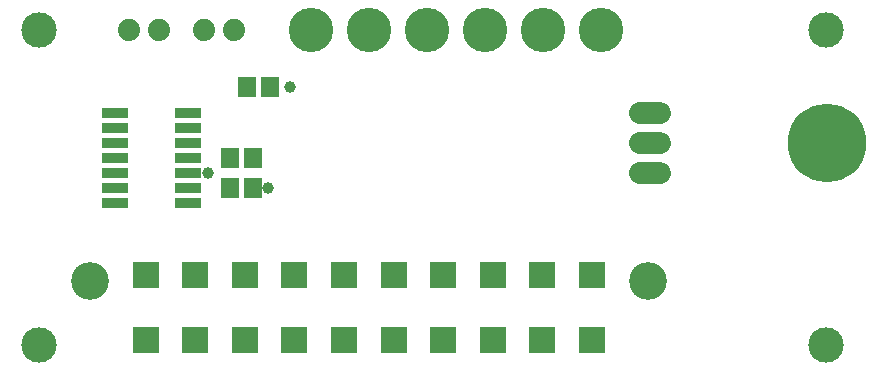
<source format=gts>
G75*
%MOIN*%
%OFA0B0*%
%FSLAX24Y24*%
%IPPOS*%
%LPD*%
%AMOC8*
5,1,8,0,0,1.08239X$1,22.5*
%
%ADD10R,0.0880X0.0340*%
%ADD11C,0.0740*%
%ADD12C,0.1380*%
%ADD13C,0.1182*%
%ADD14C,0.1480*%
%ADD15R,0.0907X0.0907*%
%ADD16C,0.1261*%
%ADD17C,0.0740*%
%ADD18R,0.0592X0.0671*%
%ADD19C,0.0390*%
%ADD20C,0.2620*%
D10*
X004970Y007180D03*
X004970Y007680D03*
X004970Y008180D03*
X004970Y008680D03*
X004970Y009180D03*
X004970Y009680D03*
X004970Y010180D03*
X007390Y010180D03*
X007390Y009680D03*
X007390Y009180D03*
X007390Y008680D03*
X007390Y008180D03*
X007390Y007680D03*
X007390Y007180D03*
D11*
X022475Y008180D02*
X023135Y008180D01*
X023135Y009180D02*
X022475Y009180D01*
X022475Y010180D02*
X023135Y010180D01*
D12*
X028705Y009180D03*
D13*
X002430Y002430D03*
X002430Y012930D03*
X028680Y012930D03*
X028680Y002430D03*
D14*
X021180Y012930D03*
X019243Y012930D03*
X017305Y012930D03*
X015368Y012930D03*
X013430Y012930D03*
X011493Y012930D03*
D15*
X010950Y004763D03*
X012603Y004763D03*
X014257Y004763D03*
X015910Y004763D03*
X017564Y004763D03*
X019217Y004763D03*
X020871Y004763D03*
X020871Y002597D03*
X019217Y002597D03*
X017564Y002597D03*
X015910Y002597D03*
X014257Y002597D03*
X012603Y002597D03*
X010950Y002597D03*
X009296Y002597D03*
X007643Y002597D03*
X005989Y002597D03*
X005989Y004763D03*
X007643Y004763D03*
X009296Y004763D03*
D16*
X004139Y004582D03*
X022721Y004582D03*
D17*
X008930Y012930D03*
X007930Y012930D03*
X006430Y012930D03*
X005430Y012930D03*
D18*
X009371Y011033D03*
X010119Y011033D03*
X009554Y008680D03*
X008806Y008680D03*
X008806Y007680D03*
X009554Y007680D03*
D19*
X010055Y007680D03*
X008055Y008180D03*
X010805Y011055D03*
D20*
X028704Y009183D03*
M02*

</source>
